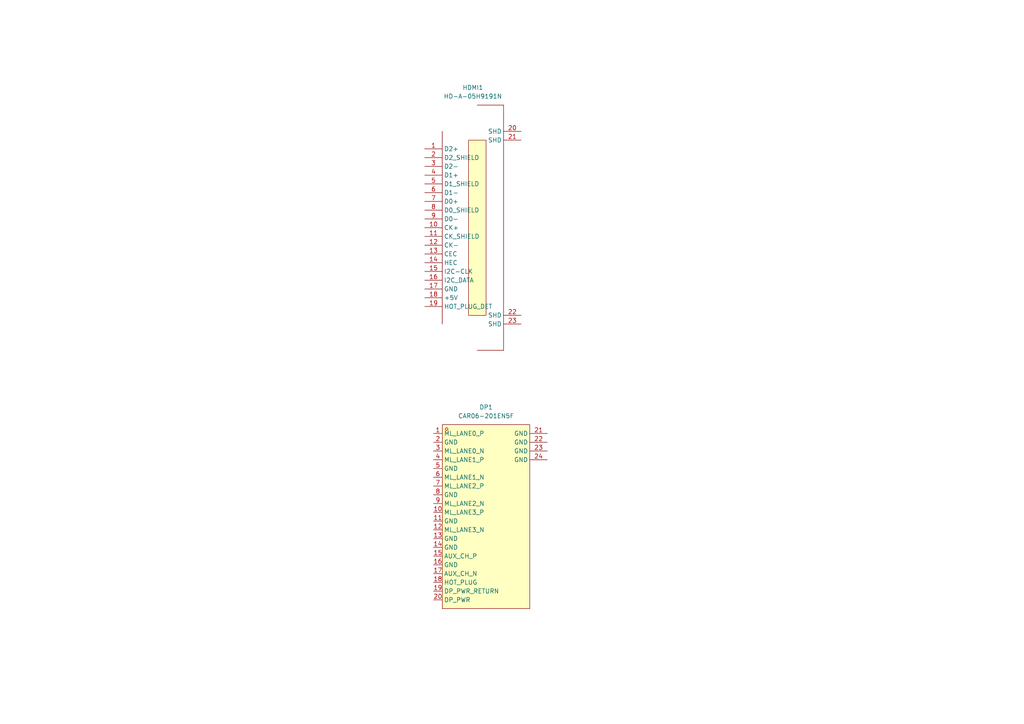
<source format=kicad_sch>
(kicad_sch (version 20250114) (generator "eeschema") (generator_version "9.0")
  (paper "A4")
  (title_block (date "2025-02-20") (rev "V0.1") (company "Matthew Spotten"))
  (lib_symbols
    (symbol "easyeda:CAR06-201EN5F"
      (property "Reference" "USB" (at 0 30.48 0))
      (property "Value" "CAR06-201EN5F" (at 0 -27.94 0))
      (symbol "CAR06-201EN5F_0_1"
        (rectangle (start -15.24 27.94) (end 10.16 -25.4) (fill (type background)))
        (circle (center -13.97 26.67) (radius 0.38))
        (pin unspecified line (at -17.78 25.4 0) (length 2.54) (name "ML_LANE0_P") (number "1"))
        (pin unspecified line (at -17.78 22.86 0) (length 2.54) (name "GND") (number "2"))
        (pin unspecified line (at -17.78 20.32 0) (length 2.54) (name "ML_LANE0_N") (number "3"))
        (pin unspecified line (at -17.78 17.78 0) (length 2.54) (name "ML_LANE1_P") (number "4"))
        (pin unspecified line (at -17.78 15.24 0) (length 2.54) (name "GND") (number "5"))
        (pin unspecified line (at -17.78 12.7 0) (length 2.54) (name "ML_LANE1_N") (number "6"))
        (pin unspecified line (at -17.78 10.16 0) (length 2.54) (name "ML_LANE2_P") (number "7"))
        (pin unspecified line (at -17.78 7.62 0) (length 2.54) (name "GND") (number "8"))
        (pin unspecified line (at -17.78 5.08 0) (length 2.54) (name "ML_LANE2_N") (number "9"))
        (pin unspecified line (at -17.78 2.54 0) (length 2.54) (name "ML_LANE3_P") (number "10"))
        (pin unspecified line (at -17.78 0 0) (length 2.54) (name "GND") (number "11"))
        (pin unspecified line (at -17.78 -2.54 0) (length 2.54) (name "ML_LANE3_N") (number "12"))
        (pin unspecified line (at -17.78 -5.08 0) (length 2.54) (name "GND") (number "13"))
        (pin unspecified line (at -17.78 -7.62 0) (length 2.54) (name "GND") (number "14"))
        (pin unspecified line (at -17.78 -10.16 0) (length 2.54) (name "AUX_CH_P") (number "15"))
        (pin unspecified line (at -17.78 -12.7 0) (length 2.54) (name "GND") (number "16"))
        (pin unspecified line (at -17.78 -15.24 0) (length 2.54) (name "AUX_CH_N") (number "17"))
        (pin unspecified line (at -17.78 -17.78 0) (length 2.54) (name "HOT_PLUG") (number "18"))
        (pin unspecified line (at -17.78 -20.32 0) (length 2.54) (name "DP_PWR_RETURN") (number "19"))
        (pin unspecified line (at -17.78 -22.86 0) (length 2.54) (name "DP_PWR") (number "20"))
        (pin unspecified line (at 15.24 25.4 180) (length 5.08) (name "GND") (number "21"))
        (pin unspecified line (at 15.24 22.86 180) (length 5.08) (name "GND") (number "22"))
        (pin unspecified line (at 15.24 20.32 180) (length 5.08) (name "GND") (number "23"))
        (pin unspecified line (at 15.24 17.78 180) (length 5.08) (name "GND") (number "24"))
      )
    )
    (symbol "easyeda:HD-A-05H9191N"
      (property "Reference" "HDMI" (at 0 33.02 0))
      (property "Value" "HD-A-05H9191N" (at 0 -33.02 0))
      (symbol "HD-A-05H9191N_0_1"
        (polyline (pts (xy -10.16 27.94)) (fill (type background)))
        (polyline (pts (xy -10.16 27.94) (xy -10.16 -27.94)))
        (polyline (pts (xy -10.16 -27.94)) (fill (type background)))
        (rectangle (start -2.54 25.4) (end 2.54 -25.4) (fill (type background)))
        (polyline (pts (xy 7.62 35.56) (xy 0 35.56)))
        (polyline (pts (xy 7.62 35.56) (xy 7.62 -35.56)))
        (polyline (pts (xy 7.62 -35.56) (xy 0 -35.56)))
        (pin unspecified line (at -15.24 22.86 0) (length 5.08) (name "D2+") (number "1"))
        (pin unspecified line (at -15.24 20.32 0) (length 5.08) (name "D2_SHIELD") (number "2"))
        (pin unspecified line (at -15.24 17.78 0) (length 5.08) (name "D2-") (number "3"))
        (pin unspecified line (at -15.24 15.24 0) (length 5.08) (name "D1+") (number "4"))
        (pin unspecified line (at -15.24 12.7 0) (length 5.08) (name "D1_SHIELD") (number "5"))
        (pin unspecified line (at -15.24 10.16 0) (length 5.08) (name "D1-") (number "6"))
        (pin unspecified line (at -15.24 7.62 0) (length 5.08) (name "D0+") (number "7"))
        (pin unspecified line (at -15.24 5.08 0) (length 5.08) (name "D0_SHIELD") (number "8"))
        (pin unspecified line (at -15.24 2.54 0) (length 5.08) (name "D0-") (number "9"))
        (pin unspecified line (at -15.24 0 0) (length 5.08) (name "CK+") (number "10"))
        (pin unspecified line (at -15.24 -2.54 0) (length 5.08) (name "CK_SHIELD") (number "11"))
        (pin unspecified line (at -15.24 -5.08 0) (length 5.08) (name "CK-") (number "12"))
        (pin unspecified line (at -15.24 -7.62 0) (length 5.08) (name "CEC") (number "13"))
        (pin unspecified line (at -15.24 -10.16 0) (length 5.08) (name "HEC") (number "14"))
        (pin unspecified line (at -15.24 -12.7 0) (length 5.08) (name "I2C-CLK") (number "15"))
        (pin unspecified line (at -15.24 -15.24 0) (length 5.08) (name "I2C_DATA") (number "16"))
        (pin unspecified line (at -15.24 -17.78 0) (length 5.08) (name "GND") (number "17"))
        (pin unspecified line (at -15.24 -20.32 0) (length 5.08) (name "+5V") (number "18"))
        (pin unspecified line (at -15.24 -22.86 0) (length 5.08) (name "HOT_PLUG_DET") (number "19"))
        (pin unspecified line (at 12.7 27.94 180) (length 5.08) (name "SHD") (number "20"))
        (pin unspecified line (at 12.7 25.4 180) (length 5.08) (name "SHD") (number "21"))
        (pin unspecified line (at 12.7 -25.4 180) (length 5.08) (name "SHD") (number "22"))
        (pin unspecified line (at 12.7 -27.94 180) (length 5.08) (name "SHD") (number "23"))
      )
    )
  )
  (symbol (lib_id "easyeda:CAR06-201EN5F") (at 143.51 151.13 0) (unit 1)
    (property "Reference" "DP1" (at 140.97 118.11 0))
    (property "Value" "CAR06-201EN5F" (at 140.97 120.65 0))
    (property "Footprint" "easyeda:DP-SMD_CAR06-201EN5F" (effects (hide yes)))
    (property "LCSC Part" "C908454" (effects (hide yes)))
  )
  (symbol (lib_id "easyeda:HD-A-05H9191N") (at 138.43 66.04 0) (unit 1)
    (property "Reference" "HDMI1" (at 137.16 25.4 0))
    (property "Value" "HD-A-05H9191N" (at 137.16 27.94 0))
    (property "Footprint" "easyeda:HDMI-SMD_HD-A-05H9192N" (effects (hide yes)))
    (property "LCSC Part" "C18213861" (effects (hide yes)))
  )
)
</source>
